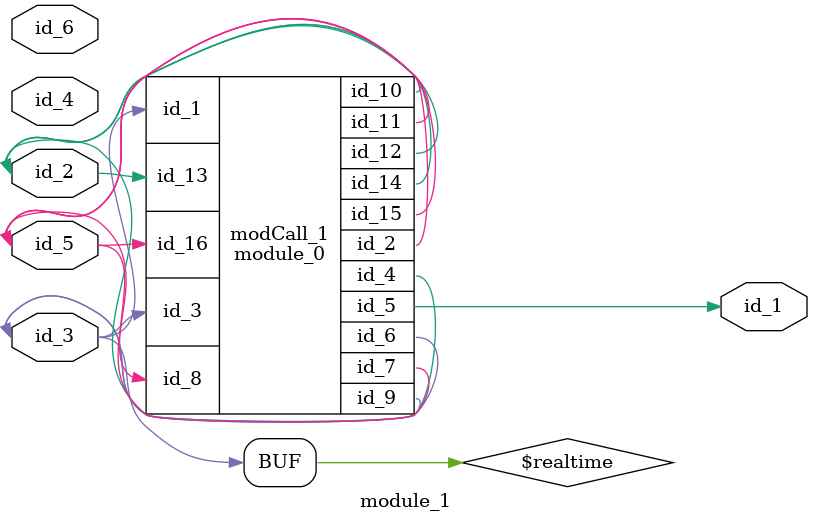
<source format=v>
module module_0 (
    id_1,
    id_2,
    id_3,
    id_4,
    id_5,
    id_6,
    id_7,
    id_8,
    id_9,
    id_10,
    id_11,
    id_12,
    id_13,
    id_14,
    id_15,
    id_16
);
  input wire id_16;
  inout wire id_15;
  inout wire id_14;
  input wire id_13;
  inout wire id_12;
  output wire id_11;
  output wire id_10;
  output wire id_9;
  input wire id_8;
  output wire id_7;
  inout wire id_6;
  output wire id_5;
  inout wire id_4;
  input wire id_3;
  inout wire id_2;
  input wire id_1;
  wire id_17;
  wire id_18;
endmodule
module module_1 (
    id_1,
    id_2,
    id_3,
    id_4,
    id_5,
    id_6
);
  input wire id_6;
  inout wire id_5;
  input wire id_4;
  inout wire id_3;
  inout wire id_2;
  output wire id_1;
  module_0 modCall_1 (
      id_3,
      id_5,
      id_3,
      id_2,
      id_1,
      id_3,
      id_5,
      id_5,
      id_3,
      id_2,
      id_5,
      id_2,
      id_2,
      id_2,
      id_5,
      id_5
  );
  assign id_3 = $realtime;
  wire id_7;
  wire id_8;
endmodule

</source>
